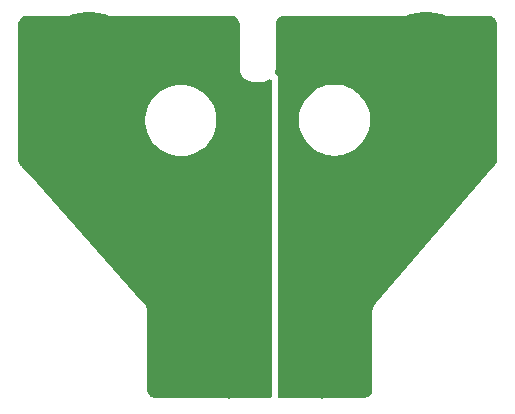
<source format=gbr>
%TF.GenerationSoftware,KiCad,Pcbnew,7.0.9-7.0.9~ubuntu22.04.1*%
%TF.CreationDate,2023-12-28T22:57:06-08:00*%
%TF.ProjectId,kraken-power-adapter,6b72616b-656e-42d7-906f-7765722d6164,1*%
%TF.SameCoordinates,Original*%
%TF.FileFunction,Copper,L2,Bot*%
%TF.FilePolarity,Positive*%
%FSLAX46Y46*%
G04 Gerber Fmt 4.6, Leading zero omitted, Abs format (unit mm)*
G04 Created by KiCad (PCBNEW 7.0.9-7.0.9~ubuntu22.04.1) date 2023-12-28 22:57:06*
%MOMM*%
%LPD*%
G01*
G04 APERTURE LIST*
%TA.AperFunction,ComponentPad*%
%ADD10C,1.016000*%
%TD*%
%TA.AperFunction,ComponentPad*%
%ADD11C,7.874000*%
%TD*%
%TA.AperFunction,ComponentPad*%
%ADD12O,3.302000X7.239000*%
%TD*%
G04 APERTURE END LIST*
D10*
%TO.P,J2,1,Pin_1*%
%TO.N,/Vbat-*%
X89154000Y-105079800D03*
X89987223Y-103068223D03*
X89987223Y-107091377D03*
X91998800Y-102235000D03*
D11*
X91998800Y-105079800D03*
D10*
X91998800Y-107924600D03*
X94010377Y-103068223D03*
X94010377Y-107091377D03*
X94843600Y-105079800D03*
%TD*%
%TO.P,J1,1,Pin_1*%
%TO.N,/Vbat+*%
X117652800Y-105079800D03*
X118486023Y-103068223D03*
X118486023Y-107091377D03*
X120497600Y-102235000D03*
D11*
X120497600Y-105079800D03*
D10*
X120497600Y-107924600D03*
X122509177Y-103068223D03*
X122509177Y-107091377D03*
X123342400Y-105079800D03*
%TD*%
%TO.P,J3,1,Pin_1*%
%TO.N,/Vbat+*%
X113383000Y-132334000D03*
X113383000Y-131318000D03*
X113383000Y-130302000D03*
X113383000Y-129286000D03*
X113383000Y-128270000D03*
D12*
X111732000Y-130302000D03*
D10*
X110081000Y-132334000D03*
X110081000Y-131318000D03*
X110081000Y-130302000D03*
X110081000Y-129286000D03*
X110081000Y-128270000D03*
%TO.P,J3,2,Pin_2*%
%TO.N,/Vbat-*%
X105509000Y-132334000D03*
X105509000Y-131318000D03*
X105509000Y-130302000D03*
X105509000Y-129286000D03*
X105509000Y-128270000D03*
D12*
X103858000Y-130302000D03*
D10*
X102207000Y-132334000D03*
X102207000Y-131318000D03*
X102207000Y-130302000D03*
X102207000Y-129286000D03*
X102207000Y-128270000D03*
%TD*%
%TA.AperFunction,Conductor*%
%TO.N,/Vbat+*%
G36*
X125758431Y-101524599D02*
G01*
X125815131Y-101530183D01*
X125891810Y-101537735D01*
X125915646Y-101542477D01*
X126035130Y-101578723D01*
X126057583Y-101588023D01*
X126167699Y-101646880D01*
X126187907Y-101660383D01*
X126284421Y-101739590D01*
X126301609Y-101756778D01*
X126380816Y-101853292D01*
X126394322Y-101873505D01*
X126453175Y-101983613D01*
X126462476Y-102006069D01*
X126498722Y-102125553D01*
X126503465Y-102149395D01*
X126516601Y-102282767D01*
X126516900Y-102288848D01*
X126516900Y-113599760D01*
X126516899Y-113599778D01*
X126516899Y-113668342D01*
X126516690Y-113673428D01*
X126507490Y-113785227D01*
X126504164Y-113805298D01*
X126478674Y-113906664D01*
X126472111Y-113925920D01*
X126430387Y-114021760D01*
X126420763Y-114039686D01*
X126363934Y-114127404D01*
X126351509Y-114143512D01*
X126278369Y-114223758D01*
X126273260Y-114228752D01*
X126259317Y-114240894D01*
X126259310Y-114240901D01*
X126256003Y-114244735D01*
X126251299Y-114249620D01*
X126225209Y-114273906D01*
X126215265Y-114289786D01*
X126204079Y-114304950D01*
X116257169Y-125839922D01*
X116257170Y-125839923D01*
X116230434Y-125870927D01*
X116174768Y-125935449D01*
X116174762Y-125935457D01*
X116086897Y-126072755D01*
X116086891Y-126072765D01*
X116019383Y-126221150D01*
X115973602Y-126377620D01*
X115973602Y-126377624D01*
X115950480Y-126538988D01*
X115950480Y-126538996D01*
X115950500Y-126620500D01*
X115950500Y-133143751D01*
X115950201Y-133149832D01*
X115937065Y-133283204D01*
X115932322Y-133307046D01*
X115896076Y-133426530D01*
X115886775Y-133448986D01*
X115827922Y-133559094D01*
X115814416Y-133579307D01*
X115735209Y-133675821D01*
X115718021Y-133693009D01*
X115621507Y-133772216D01*
X115601294Y-133785722D01*
X115491186Y-133844575D01*
X115468730Y-133853876D01*
X115349246Y-133890122D01*
X115325404Y-133894865D01*
X115192032Y-133908001D01*
X115185951Y-133908300D01*
X108074000Y-133908300D01*
X108006961Y-133888615D01*
X107961206Y-133835811D01*
X107950000Y-133784300D01*
X107950000Y-110538225D01*
X109742100Y-110538225D01*
X109782784Y-110886306D01*
X109782786Y-110886321D01*
X109863601Y-111227301D01*
X109863608Y-111227322D01*
X109983465Y-111556627D01*
X109983468Y-111556633D01*
X110138082Y-111864495D01*
X110140747Y-111869800D01*
X110333322Y-112162597D01*
X110333324Y-112162600D01*
X110558580Y-112431048D01*
X110558588Y-112431057D01*
X110690238Y-112555262D01*
X110813493Y-112671549D01*
X110813499Y-112671554D01*
X111094598Y-112880824D01*
X111094600Y-112880825D01*
X111398099Y-113056050D01*
X111719888Y-113194857D01*
X112055616Y-113295367D01*
X112055618Y-113295367D01*
X112055624Y-113295369D01*
X112400731Y-113356220D01*
X112400732Y-113356220D01*
X112400743Y-113356222D01*
X112663054Y-113371500D01*
X112663056Y-113371500D01*
X112838144Y-113371500D01*
X112838146Y-113371500D01*
X113100457Y-113356222D01*
X113144499Y-113348456D01*
X113445575Y-113295369D01*
X113445578Y-113295367D01*
X113445584Y-113295367D01*
X113781312Y-113194857D01*
X114103101Y-113056050D01*
X114406600Y-112880825D01*
X114687704Y-112671551D01*
X114942612Y-112431057D01*
X115167878Y-112162597D01*
X115360453Y-111869800D01*
X115517735Y-111556626D01*
X115637596Y-111227310D01*
X115653223Y-111161371D01*
X115718413Y-110886321D01*
X115718413Y-110886315D01*
X115718416Y-110886306D01*
X115759100Y-110538225D01*
X115759100Y-110187775D01*
X115718416Y-109839694D01*
X115718414Y-109839685D01*
X115718413Y-109839678D01*
X115637598Y-109498698D01*
X115637597Y-109498696D01*
X115637596Y-109498690D01*
X115517735Y-109169374D01*
X115360453Y-108856200D01*
X115167878Y-108563403D01*
X114942612Y-108294943D01*
X114819354Y-108178654D01*
X114687706Y-108054450D01*
X114687700Y-108054445D01*
X114406601Y-107845175D01*
X114103105Y-107669952D01*
X114103092Y-107669946D01*
X113781313Y-107531143D01*
X113445582Y-107430632D01*
X113445575Y-107430630D01*
X113100468Y-107369779D01*
X113100457Y-107369778D01*
X112838146Y-107354500D01*
X112663054Y-107354500D01*
X112488180Y-107364685D01*
X112400742Y-107369778D01*
X112400731Y-107369779D01*
X112055624Y-107430630D01*
X112055617Y-107430632D01*
X111719886Y-107531143D01*
X111398107Y-107669946D01*
X111398094Y-107669952D01*
X111094598Y-107845175D01*
X110813499Y-108054445D01*
X110813493Y-108054450D01*
X110558590Y-108294941D01*
X110558580Y-108294951D01*
X110333324Y-108563399D01*
X110140745Y-108856203D01*
X109983468Y-109169366D01*
X109983465Y-109169372D01*
X109863608Y-109498677D01*
X109863601Y-109498698D01*
X109782786Y-109839678D01*
X109782784Y-109839693D01*
X109782784Y-109839694D01*
X109742100Y-110187775D01*
X109742100Y-110538225D01*
X107950000Y-110538225D01*
X107950000Y-106603800D01*
X107759868Y-106427752D01*
X107724051Y-106367761D01*
X107726354Y-106297930D01*
X107727565Y-106294434D01*
X107737955Y-106265890D01*
X107772700Y-106068843D01*
X107772700Y-105968800D01*
X107772700Y-105901855D01*
X107772700Y-102288848D01*
X107772999Y-102282768D01*
X107785228Y-102158599D01*
X107786135Y-102149387D01*
X107790877Y-102125553D01*
X107827123Y-102006069D01*
X107836421Y-101983619D01*
X107895283Y-101873495D01*
X107908778Y-101853298D01*
X107987994Y-101756773D01*
X108005173Y-101739594D01*
X108101698Y-101660378D01*
X108121895Y-101646883D01*
X108232019Y-101588021D01*
X108254469Y-101578723D01*
X108373953Y-101542477D01*
X108397789Y-101537735D01*
X108474468Y-101530183D01*
X108531169Y-101524599D01*
X108537249Y-101524300D01*
X108601145Y-101524300D01*
X125688455Y-101524300D01*
X125752351Y-101524300D01*
X125758431Y-101524599D01*
G37*
%TD.AperFunction*%
%TD*%
%TA.AperFunction,Conductor*%
%TO.N,/Vbat-*%
G36*
X103965231Y-101524599D02*
G01*
X104021931Y-101530183D01*
X104098610Y-101537735D01*
X104122446Y-101542477D01*
X104241930Y-101578723D01*
X104264383Y-101588023D01*
X104374499Y-101646880D01*
X104394707Y-101660383D01*
X104491221Y-101739590D01*
X104508409Y-101756778D01*
X104587616Y-101853292D01*
X104601122Y-101873505D01*
X104659975Y-101983613D01*
X104669276Y-102006069D01*
X104705522Y-102125553D01*
X104710265Y-102149395D01*
X104723401Y-102282767D01*
X104723700Y-102288848D01*
X104723700Y-106068845D01*
X104758445Y-106265891D01*
X104826878Y-106453909D01*
X104826880Y-106453914D01*
X104926917Y-106627183D01*
X104926920Y-106627186D01*
X104926922Y-106627190D01*
X105055535Y-106780465D01*
X105208810Y-106909078D01*
X105208813Y-106909080D01*
X105208816Y-106909082D01*
X105351860Y-106991668D01*
X105382090Y-107009122D01*
X105570110Y-107077555D01*
X105767157Y-107112300D01*
X105767159Y-107112300D01*
X106729241Y-107112300D01*
X106729243Y-107112300D01*
X106926290Y-107077555D01*
X107114310Y-107009122D01*
X107250500Y-106930491D01*
X107318399Y-106914019D01*
X107384426Y-106936871D01*
X107427617Y-106991792D01*
X107436500Y-107037879D01*
X107436500Y-133784300D01*
X107416815Y-133851339D01*
X107364011Y-133897094D01*
X107312500Y-133908300D01*
X97666049Y-133908300D01*
X97659968Y-133908001D01*
X97526595Y-133894865D01*
X97502753Y-133890122D01*
X97383269Y-133853876D01*
X97360813Y-133844575D01*
X97300377Y-133812272D01*
X97250702Y-133785720D01*
X97230492Y-133772216D01*
X97133978Y-133693009D01*
X97116790Y-133675821D01*
X97037583Y-133579307D01*
X97024080Y-133559099D01*
X96965223Y-133448983D01*
X96955923Y-133426530D01*
X96919677Y-133307046D01*
X96914935Y-133283210D01*
X96901799Y-133149831D01*
X96901500Y-133143751D01*
X96901500Y-126708025D01*
X96901508Y-126707900D01*
X96901506Y-126688270D01*
X96901519Y-126688225D01*
X96901512Y-126688225D01*
X96901538Y-126553522D01*
X96901430Y-126552786D01*
X96877350Y-126388586D01*
X96829503Y-126228902D01*
X96796111Y-126157348D01*
X96759012Y-126077847D01*
X96759008Y-126077841D01*
X96667357Y-125938598D01*
X96667354Y-125938595D01*
X96611903Y-125876375D01*
X96567377Y-125826383D01*
X96566312Y-125825187D01*
X96566298Y-125825173D01*
X86889184Y-114960502D01*
X86301060Y-114300205D01*
X86289498Y-114285012D01*
X86279687Y-114269820D01*
X86279684Y-114269817D01*
X86252827Y-114245511D01*
X86248129Y-114240776D01*
X86244374Y-114236560D01*
X86244370Y-114236557D01*
X86231055Y-114225333D01*
X86225717Y-114220262D01*
X86150363Y-114139652D01*
X86137546Y-114123414D01*
X86136096Y-114121223D01*
X86078868Y-114034759D01*
X86068934Y-114016624D01*
X86025815Y-113919452D01*
X86019030Y-113899908D01*
X85992666Y-113796916D01*
X85989226Y-113776517D01*
X85979715Y-113662976D01*
X85979500Y-113657815D01*
X85979500Y-110563625D01*
X96737300Y-110563625D01*
X96777984Y-110911706D01*
X96777986Y-110911721D01*
X96858801Y-111252701D01*
X96858808Y-111252722D01*
X96978665Y-111582027D01*
X96978668Y-111582033D01*
X97115974Y-111855430D01*
X97135947Y-111895200D01*
X97256225Y-112078074D01*
X97328524Y-112188000D01*
X97403645Y-112277525D01*
X97553788Y-112456457D01*
X97685438Y-112580662D01*
X97808693Y-112696949D01*
X97808699Y-112696954D01*
X98089798Y-112906224D01*
X98089800Y-112906225D01*
X98393299Y-113081450D01*
X98715088Y-113220257D01*
X99050816Y-113320767D01*
X99050818Y-113320767D01*
X99050824Y-113320769D01*
X99395931Y-113381620D01*
X99395932Y-113381620D01*
X99395943Y-113381622D01*
X99658254Y-113396900D01*
X99658256Y-113396900D01*
X99833344Y-113396900D01*
X99833346Y-113396900D01*
X100095657Y-113381622D01*
X100139699Y-113373856D01*
X100440775Y-113320769D01*
X100440778Y-113320767D01*
X100440784Y-113320767D01*
X100776512Y-113220257D01*
X101098301Y-113081450D01*
X101401800Y-112906225D01*
X101682904Y-112696951D01*
X101937812Y-112456457D01*
X102163078Y-112187997D01*
X102355653Y-111895200D01*
X102512935Y-111582026D01*
X102632796Y-111252710D01*
X102673782Y-111079778D01*
X102713613Y-110911721D01*
X102713613Y-110911715D01*
X102713616Y-110911706D01*
X102754300Y-110563625D01*
X102754300Y-110213175D01*
X102713616Y-109865094D01*
X102713614Y-109865085D01*
X102713613Y-109865078D01*
X102632798Y-109524098D01*
X102632797Y-109524096D01*
X102632796Y-109524090D01*
X102512935Y-109194774D01*
X102355653Y-108881600D01*
X102163078Y-108588803D01*
X102045332Y-108448480D01*
X101937819Y-108320351D01*
X101937817Y-108320349D01*
X101937812Y-108320343D01*
X101814554Y-108204054D01*
X101682906Y-108079850D01*
X101682900Y-108079845D01*
X101401801Y-107870575D01*
X101098305Y-107695352D01*
X101098292Y-107695346D01*
X100776513Y-107556543D01*
X100440782Y-107456032D01*
X100440775Y-107456030D01*
X100095668Y-107395179D01*
X100095657Y-107395178D01*
X99833346Y-107379900D01*
X99658254Y-107379900D01*
X99483380Y-107390085D01*
X99395942Y-107395178D01*
X99395931Y-107395179D01*
X99050824Y-107456030D01*
X99050817Y-107456032D01*
X98715086Y-107556543D01*
X98393307Y-107695346D01*
X98393294Y-107695352D01*
X98089798Y-107870575D01*
X97808699Y-108079845D01*
X97808693Y-108079850D01*
X97553790Y-108320341D01*
X97553780Y-108320351D01*
X97328524Y-108588799D01*
X97135945Y-108881603D01*
X96978668Y-109194766D01*
X96978665Y-109194772D01*
X96858808Y-109524077D01*
X96858801Y-109524098D01*
X96777986Y-109865078D01*
X96777984Y-109865093D01*
X96777984Y-109865094D01*
X96737300Y-110213175D01*
X96737300Y-110563625D01*
X85979500Y-110563625D01*
X85979500Y-102288848D01*
X85979799Y-102282768D01*
X85992028Y-102158599D01*
X85992935Y-102149387D01*
X85997677Y-102125553D01*
X86033923Y-102006069D01*
X86043221Y-101983619D01*
X86102083Y-101873495D01*
X86115578Y-101853298D01*
X86194794Y-101756773D01*
X86211973Y-101739594D01*
X86308498Y-101660378D01*
X86328695Y-101646883D01*
X86438819Y-101588021D01*
X86461269Y-101578723D01*
X86580753Y-101542477D01*
X86604589Y-101537735D01*
X86681268Y-101530183D01*
X86737969Y-101524599D01*
X86744049Y-101524300D01*
X86807945Y-101524300D01*
X103895255Y-101524300D01*
X103959151Y-101524300D01*
X103965231Y-101524599D01*
G37*
%TD.AperFunction*%
%TD*%
M02*

</source>
